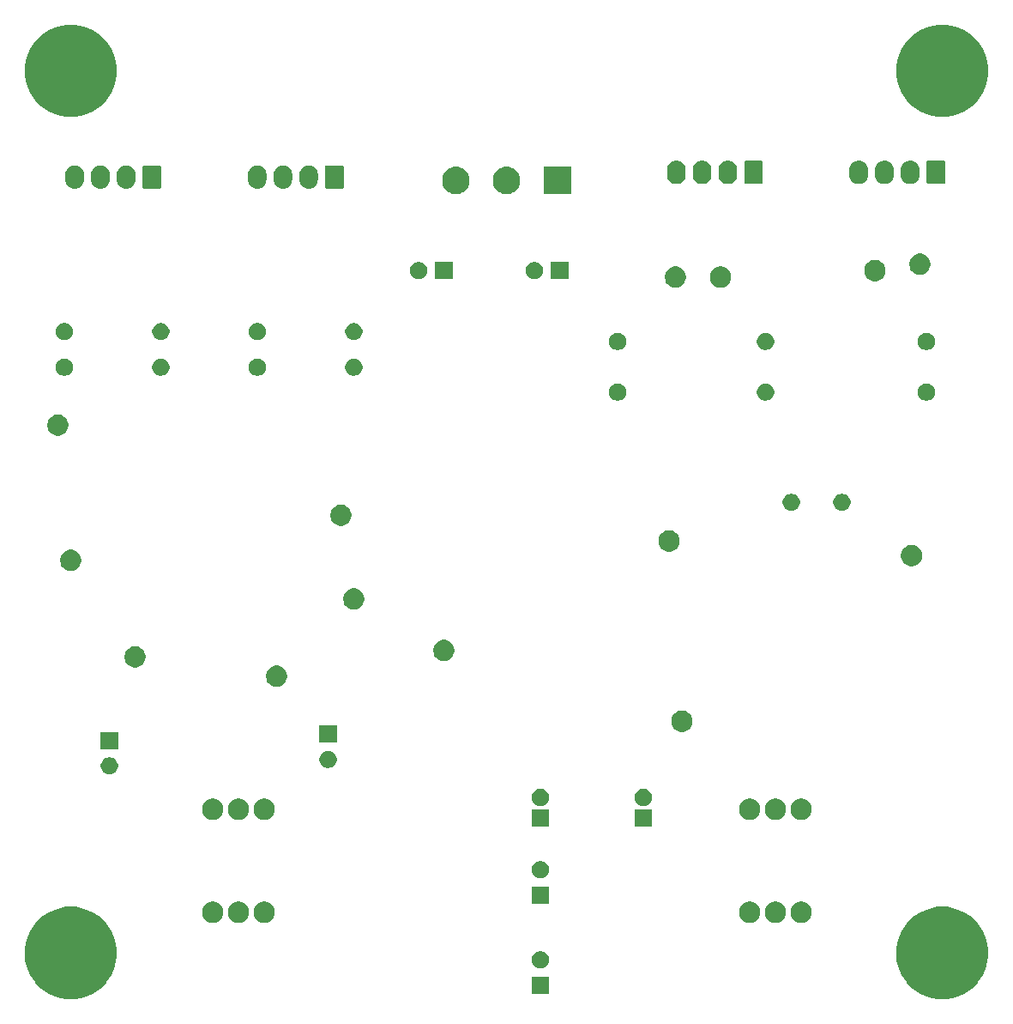
<source format=gbr>
G04 #@! TF.GenerationSoftware,KiCad,Pcbnew,5.0.1*
G04 #@! TF.CreationDate,2018-12-31T15:50:12-05:00*
G04 #@! TF.ProjectId,balanced_amplifier,62616C616E6365645F616D706C696669,rev?*
G04 #@! TF.SameCoordinates,Original*
G04 #@! TF.FileFunction,Soldermask,Bot*
G04 #@! TF.FilePolarity,Negative*
%FSLAX46Y46*%
G04 Gerber Fmt 4.6, Leading zero omitted, Abs format (unit mm)*
G04 Created by KiCad (PCBNEW 5.0.1) date Mon 31 Dec 2018 03:50:12 PM EST*
%MOMM*%
%LPD*%
G01*
G04 APERTURE LIST*
%ADD10C,0.100000*%
G04 APERTURE END LIST*
D10*
G36*
X170527475Y-116438892D02*
X170527477Y-116438893D01*
X170527478Y-116438893D01*
X171355707Y-116781956D01*
X172097727Y-117277759D01*
X172101096Y-117280010D01*
X172734990Y-117913904D01*
X172734992Y-117913907D01*
X173233044Y-118659293D01*
X173576107Y-119487522D01*
X173576108Y-119487525D01*
X173751000Y-120366764D01*
X173751000Y-121263236D01*
X173689222Y-121573816D01*
X173576107Y-122142478D01*
X173233044Y-122970707D01*
X172737241Y-123712727D01*
X172734990Y-123716096D01*
X172101096Y-124349990D01*
X172101093Y-124349992D01*
X171355707Y-124848044D01*
X170527478Y-125191107D01*
X170527477Y-125191107D01*
X170527475Y-125191108D01*
X169648236Y-125366000D01*
X168751764Y-125366000D01*
X167872525Y-125191108D01*
X167872523Y-125191107D01*
X167872522Y-125191107D01*
X167044293Y-124848044D01*
X166298907Y-124349992D01*
X166298904Y-124349990D01*
X165665010Y-123716096D01*
X165662759Y-123712727D01*
X165166956Y-122970707D01*
X164823893Y-122142478D01*
X164710779Y-121573816D01*
X164649000Y-121263236D01*
X164649000Y-120366764D01*
X164823892Y-119487525D01*
X164823893Y-119487522D01*
X165166956Y-118659293D01*
X165665008Y-117913907D01*
X165665010Y-117913904D01*
X166298904Y-117280010D01*
X166302273Y-117277759D01*
X167044293Y-116781956D01*
X167872522Y-116438893D01*
X167872523Y-116438893D01*
X167872525Y-116438892D01*
X168751764Y-116264000D01*
X169648236Y-116264000D01*
X170527475Y-116438892D01*
X170527475Y-116438892D01*
G37*
G36*
X84512475Y-116438892D02*
X84512477Y-116438893D01*
X84512478Y-116438893D01*
X85340707Y-116781956D01*
X86082727Y-117277759D01*
X86086096Y-117280010D01*
X86719990Y-117913904D01*
X86719992Y-117913907D01*
X87218044Y-118659293D01*
X87561107Y-119487522D01*
X87561108Y-119487525D01*
X87736000Y-120366764D01*
X87736000Y-121263236D01*
X87674222Y-121573816D01*
X87561107Y-122142478D01*
X87218044Y-122970707D01*
X86722241Y-123712727D01*
X86719990Y-123716096D01*
X86086096Y-124349990D01*
X86086093Y-124349992D01*
X85340707Y-124848044D01*
X84512478Y-125191107D01*
X84512477Y-125191107D01*
X84512475Y-125191108D01*
X83633236Y-125366000D01*
X82736764Y-125366000D01*
X81857525Y-125191108D01*
X81857523Y-125191107D01*
X81857522Y-125191107D01*
X81029293Y-124848044D01*
X80283907Y-124349992D01*
X80283904Y-124349990D01*
X79650010Y-123716096D01*
X79647759Y-123712727D01*
X79151956Y-122970707D01*
X78808893Y-122142478D01*
X78695779Y-121573816D01*
X78634000Y-121263236D01*
X78634000Y-120366764D01*
X78808892Y-119487525D01*
X78808893Y-119487522D01*
X79151956Y-118659293D01*
X79650008Y-117913907D01*
X79650010Y-117913904D01*
X80283904Y-117280010D01*
X80287273Y-117277759D01*
X81029293Y-116781956D01*
X81857522Y-116438893D01*
X81857523Y-116438893D01*
X81857525Y-116438892D01*
X82736764Y-116264000D01*
X83633236Y-116264000D01*
X84512475Y-116438892D01*
X84512475Y-116438892D01*
G37*
G36*
X130391000Y-124841000D02*
X128689000Y-124841000D01*
X128689000Y-123139000D01*
X130391000Y-123139000D01*
X130391000Y-124841000D01*
X130391000Y-124841000D01*
G37*
G36*
X129788228Y-120671703D02*
X129943100Y-120735853D01*
X130082481Y-120828985D01*
X130201015Y-120947519D01*
X130294147Y-121086900D01*
X130358297Y-121241772D01*
X130391000Y-121406184D01*
X130391000Y-121573816D01*
X130358297Y-121738228D01*
X130294147Y-121893100D01*
X130201015Y-122032481D01*
X130082481Y-122151015D01*
X129943100Y-122244147D01*
X129788228Y-122308297D01*
X129623816Y-122341000D01*
X129456184Y-122341000D01*
X129291772Y-122308297D01*
X129136900Y-122244147D01*
X128997519Y-122151015D01*
X128878985Y-122032481D01*
X128785853Y-121893100D01*
X128721703Y-121738228D01*
X128689000Y-121573816D01*
X128689000Y-121406184D01*
X128721703Y-121241772D01*
X128785853Y-121086900D01*
X128878985Y-120947519D01*
X128997519Y-120828985D01*
X129136900Y-120735853D01*
X129291772Y-120671703D01*
X129456184Y-120639000D01*
X129623816Y-120639000D01*
X129788228Y-120671703D01*
X129788228Y-120671703D01*
G37*
G36*
X155586565Y-115789389D02*
X155777834Y-115868615D01*
X155949976Y-115983637D01*
X156096363Y-116130024D01*
X156211385Y-116302166D01*
X156290611Y-116493435D01*
X156331000Y-116696484D01*
X156331000Y-116903516D01*
X156290611Y-117106565D01*
X156211385Y-117297834D01*
X156096363Y-117469976D01*
X155949976Y-117616363D01*
X155777834Y-117731385D01*
X155586565Y-117810611D01*
X155383516Y-117851000D01*
X155176484Y-117851000D01*
X154973435Y-117810611D01*
X154782166Y-117731385D01*
X154610024Y-117616363D01*
X154463637Y-117469976D01*
X154348615Y-117297834D01*
X154269389Y-117106565D01*
X154229000Y-116903516D01*
X154229000Y-116696484D01*
X154269389Y-116493435D01*
X154348615Y-116302166D01*
X154463637Y-116130024D01*
X154610024Y-115983637D01*
X154782166Y-115868615D01*
X154973435Y-115789389D01*
X155176484Y-115749000D01*
X155383516Y-115749000D01*
X155586565Y-115789389D01*
X155586565Y-115789389D01*
G37*
G36*
X153046565Y-115789389D02*
X153237834Y-115868615D01*
X153409976Y-115983637D01*
X153556363Y-116130024D01*
X153671385Y-116302166D01*
X153750611Y-116493435D01*
X153791000Y-116696484D01*
X153791000Y-116903516D01*
X153750611Y-117106565D01*
X153671385Y-117297834D01*
X153556363Y-117469976D01*
X153409976Y-117616363D01*
X153237834Y-117731385D01*
X153046565Y-117810611D01*
X152843516Y-117851000D01*
X152636484Y-117851000D01*
X152433435Y-117810611D01*
X152242166Y-117731385D01*
X152070024Y-117616363D01*
X151923637Y-117469976D01*
X151808615Y-117297834D01*
X151729389Y-117106565D01*
X151689000Y-116903516D01*
X151689000Y-116696484D01*
X151729389Y-116493435D01*
X151808615Y-116302166D01*
X151923637Y-116130024D01*
X152070024Y-115983637D01*
X152242166Y-115868615D01*
X152433435Y-115789389D01*
X152636484Y-115749000D01*
X152843516Y-115749000D01*
X153046565Y-115789389D01*
X153046565Y-115789389D01*
G37*
G36*
X150506565Y-115789389D02*
X150697834Y-115868615D01*
X150869976Y-115983637D01*
X151016363Y-116130024D01*
X151131385Y-116302166D01*
X151210611Y-116493435D01*
X151251000Y-116696484D01*
X151251000Y-116903516D01*
X151210611Y-117106565D01*
X151131385Y-117297834D01*
X151016363Y-117469976D01*
X150869976Y-117616363D01*
X150697834Y-117731385D01*
X150506565Y-117810611D01*
X150303516Y-117851000D01*
X150096484Y-117851000D01*
X149893435Y-117810611D01*
X149702166Y-117731385D01*
X149530024Y-117616363D01*
X149383637Y-117469976D01*
X149268615Y-117297834D01*
X149189389Y-117106565D01*
X149149000Y-116903516D01*
X149149000Y-116696484D01*
X149189389Y-116493435D01*
X149268615Y-116302166D01*
X149383637Y-116130024D01*
X149530024Y-115983637D01*
X149702166Y-115868615D01*
X149893435Y-115789389D01*
X150096484Y-115749000D01*
X150303516Y-115749000D01*
X150506565Y-115789389D01*
X150506565Y-115789389D01*
G37*
G36*
X97506565Y-115789389D02*
X97697834Y-115868615D01*
X97869976Y-115983637D01*
X98016363Y-116130024D01*
X98131385Y-116302166D01*
X98210611Y-116493435D01*
X98251000Y-116696484D01*
X98251000Y-116903516D01*
X98210611Y-117106565D01*
X98131385Y-117297834D01*
X98016363Y-117469976D01*
X97869976Y-117616363D01*
X97697834Y-117731385D01*
X97506565Y-117810611D01*
X97303516Y-117851000D01*
X97096484Y-117851000D01*
X96893435Y-117810611D01*
X96702166Y-117731385D01*
X96530024Y-117616363D01*
X96383637Y-117469976D01*
X96268615Y-117297834D01*
X96189389Y-117106565D01*
X96149000Y-116903516D01*
X96149000Y-116696484D01*
X96189389Y-116493435D01*
X96268615Y-116302166D01*
X96383637Y-116130024D01*
X96530024Y-115983637D01*
X96702166Y-115868615D01*
X96893435Y-115789389D01*
X97096484Y-115749000D01*
X97303516Y-115749000D01*
X97506565Y-115789389D01*
X97506565Y-115789389D01*
G37*
G36*
X100046565Y-115789389D02*
X100237834Y-115868615D01*
X100409976Y-115983637D01*
X100556363Y-116130024D01*
X100671385Y-116302166D01*
X100750611Y-116493435D01*
X100791000Y-116696484D01*
X100791000Y-116903516D01*
X100750611Y-117106565D01*
X100671385Y-117297834D01*
X100556363Y-117469976D01*
X100409976Y-117616363D01*
X100237834Y-117731385D01*
X100046565Y-117810611D01*
X99843516Y-117851000D01*
X99636484Y-117851000D01*
X99433435Y-117810611D01*
X99242166Y-117731385D01*
X99070024Y-117616363D01*
X98923637Y-117469976D01*
X98808615Y-117297834D01*
X98729389Y-117106565D01*
X98689000Y-116903516D01*
X98689000Y-116696484D01*
X98729389Y-116493435D01*
X98808615Y-116302166D01*
X98923637Y-116130024D01*
X99070024Y-115983637D01*
X99242166Y-115868615D01*
X99433435Y-115789389D01*
X99636484Y-115749000D01*
X99843516Y-115749000D01*
X100046565Y-115789389D01*
X100046565Y-115789389D01*
G37*
G36*
X102586565Y-115789389D02*
X102777834Y-115868615D01*
X102949976Y-115983637D01*
X103096363Y-116130024D01*
X103211385Y-116302166D01*
X103290611Y-116493435D01*
X103331000Y-116696484D01*
X103331000Y-116903516D01*
X103290611Y-117106565D01*
X103211385Y-117297834D01*
X103096363Y-117469976D01*
X102949976Y-117616363D01*
X102777834Y-117731385D01*
X102586565Y-117810611D01*
X102383516Y-117851000D01*
X102176484Y-117851000D01*
X101973435Y-117810611D01*
X101782166Y-117731385D01*
X101610024Y-117616363D01*
X101463637Y-117469976D01*
X101348615Y-117297834D01*
X101269389Y-117106565D01*
X101229000Y-116903516D01*
X101229000Y-116696484D01*
X101269389Y-116493435D01*
X101348615Y-116302166D01*
X101463637Y-116130024D01*
X101610024Y-115983637D01*
X101782166Y-115868615D01*
X101973435Y-115789389D01*
X102176484Y-115749000D01*
X102383516Y-115749000D01*
X102586565Y-115789389D01*
X102586565Y-115789389D01*
G37*
G36*
X130391000Y-115951000D02*
X128689000Y-115951000D01*
X128689000Y-114249000D01*
X130391000Y-114249000D01*
X130391000Y-115951000D01*
X130391000Y-115951000D01*
G37*
G36*
X129788228Y-111781703D02*
X129943100Y-111845853D01*
X130082481Y-111938985D01*
X130201015Y-112057519D01*
X130294147Y-112196900D01*
X130358297Y-112351772D01*
X130391000Y-112516184D01*
X130391000Y-112683816D01*
X130358297Y-112848228D01*
X130294147Y-113003100D01*
X130201015Y-113142481D01*
X130082481Y-113261015D01*
X129943100Y-113354147D01*
X129788228Y-113418297D01*
X129623816Y-113451000D01*
X129456184Y-113451000D01*
X129291772Y-113418297D01*
X129136900Y-113354147D01*
X128997519Y-113261015D01*
X128878985Y-113142481D01*
X128785853Y-113003100D01*
X128721703Y-112848228D01*
X128689000Y-112683816D01*
X128689000Y-112516184D01*
X128721703Y-112351772D01*
X128785853Y-112196900D01*
X128878985Y-112057519D01*
X128997519Y-111938985D01*
X129136900Y-111845853D01*
X129291772Y-111781703D01*
X129456184Y-111749000D01*
X129623816Y-111749000D01*
X129788228Y-111781703D01*
X129788228Y-111781703D01*
G37*
G36*
X140551000Y-108331000D02*
X138849000Y-108331000D01*
X138849000Y-106629000D01*
X140551000Y-106629000D01*
X140551000Y-108331000D01*
X140551000Y-108331000D01*
G37*
G36*
X130391000Y-108331000D02*
X128689000Y-108331000D01*
X128689000Y-106629000D01*
X130391000Y-106629000D01*
X130391000Y-108331000D01*
X130391000Y-108331000D01*
G37*
G36*
X155586565Y-105629389D02*
X155777834Y-105708615D01*
X155949976Y-105823637D01*
X156096363Y-105970024D01*
X156211385Y-106142166D01*
X156290611Y-106333435D01*
X156331000Y-106536484D01*
X156331000Y-106743516D01*
X156290611Y-106946565D01*
X156211385Y-107137834D01*
X156096363Y-107309976D01*
X155949976Y-107456363D01*
X155777834Y-107571385D01*
X155586565Y-107650611D01*
X155383516Y-107691000D01*
X155176484Y-107691000D01*
X154973435Y-107650611D01*
X154782166Y-107571385D01*
X154610024Y-107456363D01*
X154463637Y-107309976D01*
X154348615Y-107137834D01*
X154269389Y-106946565D01*
X154229000Y-106743516D01*
X154229000Y-106536484D01*
X154269389Y-106333435D01*
X154348615Y-106142166D01*
X154463637Y-105970024D01*
X154610024Y-105823637D01*
X154782166Y-105708615D01*
X154973435Y-105629389D01*
X155176484Y-105589000D01*
X155383516Y-105589000D01*
X155586565Y-105629389D01*
X155586565Y-105629389D01*
G37*
G36*
X153046565Y-105629389D02*
X153237834Y-105708615D01*
X153409976Y-105823637D01*
X153556363Y-105970024D01*
X153671385Y-106142166D01*
X153750611Y-106333435D01*
X153791000Y-106536484D01*
X153791000Y-106743516D01*
X153750611Y-106946565D01*
X153671385Y-107137834D01*
X153556363Y-107309976D01*
X153409976Y-107456363D01*
X153237834Y-107571385D01*
X153046565Y-107650611D01*
X152843516Y-107691000D01*
X152636484Y-107691000D01*
X152433435Y-107650611D01*
X152242166Y-107571385D01*
X152070024Y-107456363D01*
X151923637Y-107309976D01*
X151808615Y-107137834D01*
X151729389Y-106946565D01*
X151689000Y-106743516D01*
X151689000Y-106536484D01*
X151729389Y-106333435D01*
X151808615Y-106142166D01*
X151923637Y-105970024D01*
X152070024Y-105823637D01*
X152242166Y-105708615D01*
X152433435Y-105629389D01*
X152636484Y-105589000D01*
X152843516Y-105589000D01*
X153046565Y-105629389D01*
X153046565Y-105629389D01*
G37*
G36*
X150506565Y-105629389D02*
X150697834Y-105708615D01*
X150869976Y-105823637D01*
X151016363Y-105970024D01*
X151131385Y-106142166D01*
X151210611Y-106333435D01*
X151251000Y-106536484D01*
X151251000Y-106743516D01*
X151210611Y-106946565D01*
X151131385Y-107137834D01*
X151016363Y-107309976D01*
X150869976Y-107456363D01*
X150697834Y-107571385D01*
X150506565Y-107650611D01*
X150303516Y-107691000D01*
X150096484Y-107691000D01*
X149893435Y-107650611D01*
X149702166Y-107571385D01*
X149530024Y-107456363D01*
X149383637Y-107309976D01*
X149268615Y-107137834D01*
X149189389Y-106946565D01*
X149149000Y-106743516D01*
X149149000Y-106536484D01*
X149189389Y-106333435D01*
X149268615Y-106142166D01*
X149383637Y-105970024D01*
X149530024Y-105823637D01*
X149702166Y-105708615D01*
X149893435Y-105629389D01*
X150096484Y-105589000D01*
X150303516Y-105589000D01*
X150506565Y-105629389D01*
X150506565Y-105629389D01*
G37*
G36*
X102586565Y-105629389D02*
X102777834Y-105708615D01*
X102949976Y-105823637D01*
X103096363Y-105970024D01*
X103211385Y-106142166D01*
X103290611Y-106333435D01*
X103331000Y-106536484D01*
X103331000Y-106743516D01*
X103290611Y-106946565D01*
X103211385Y-107137834D01*
X103096363Y-107309976D01*
X102949976Y-107456363D01*
X102777834Y-107571385D01*
X102586565Y-107650611D01*
X102383516Y-107691000D01*
X102176484Y-107691000D01*
X101973435Y-107650611D01*
X101782166Y-107571385D01*
X101610024Y-107456363D01*
X101463637Y-107309976D01*
X101348615Y-107137834D01*
X101269389Y-106946565D01*
X101229000Y-106743516D01*
X101229000Y-106536484D01*
X101269389Y-106333435D01*
X101348615Y-106142166D01*
X101463637Y-105970024D01*
X101610024Y-105823637D01*
X101782166Y-105708615D01*
X101973435Y-105629389D01*
X102176484Y-105589000D01*
X102383516Y-105589000D01*
X102586565Y-105629389D01*
X102586565Y-105629389D01*
G37*
G36*
X100046565Y-105629389D02*
X100237834Y-105708615D01*
X100409976Y-105823637D01*
X100556363Y-105970024D01*
X100671385Y-106142166D01*
X100750611Y-106333435D01*
X100791000Y-106536484D01*
X100791000Y-106743516D01*
X100750611Y-106946565D01*
X100671385Y-107137834D01*
X100556363Y-107309976D01*
X100409976Y-107456363D01*
X100237834Y-107571385D01*
X100046565Y-107650611D01*
X99843516Y-107691000D01*
X99636484Y-107691000D01*
X99433435Y-107650611D01*
X99242166Y-107571385D01*
X99070024Y-107456363D01*
X98923637Y-107309976D01*
X98808615Y-107137834D01*
X98729389Y-106946565D01*
X98689000Y-106743516D01*
X98689000Y-106536484D01*
X98729389Y-106333435D01*
X98808615Y-106142166D01*
X98923637Y-105970024D01*
X99070024Y-105823637D01*
X99242166Y-105708615D01*
X99433435Y-105629389D01*
X99636484Y-105589000D01*
X99843516Y-105589000D01*
X100046565Y-105629389D01*
X100046565Y-105629389D01*
G37*
G36*
X97506565Y-105629389D02*
X97697834Y-105708615D01*
X97869976Y-105823637D01*
X98016363Y-105970024D01*
X98131385Y-106142166D01*
X98210611Y-106333435D01*
X98251000Y-106536484D01*
X98251000Y-106743516D01*
X98210611Y-106946565D01*
X98131385Y-107137834D01*
X98016363Y-107309976D01*
X97869976Y-107456363D01*
X97697834Y-107571385D01*
X97506565Y-107650611D01*
X97303516Y-107691000D01*
X97096484Y-107691000D01*
X96893435Y-107650611D01*
X96702166Y-107571385D01*
X96530024Y-107456363D01*
X96383637Y-107309976D01*
X96268615Y-107137834D01*
X96189389Y-106946565D01*
X96149000Y-106743516D01*
X96149000Y-106536484D01*
X96189389Y-106333435D01*
X96268615Y-106142166D01*
X96383637Y-105970024D01*
X96530024Y-105823637D01*
X96702166Y-105708615D01*
X96893435Y-105629389D01*
X97096484Y-105589000D01*
X97303516Y-105589000D01*
X97506565Y-105629389D01*
X97506565Y-105629389D01*
G37*
G36*
X139948228Y-104661703D02*
X140103100Y-104725853D01*
X140242481Y-104818985D01*
X140361015Y-104937519D01*
X140454147Y-105076900D01*
X140518297Y-105231772D01*
X140551000Y-105396184D01*
X140551000Y-105563816D01*
X140518297Y-105728228D01*
X140454147Y-105883100D01*
X140361015Y-106022481D01*
X140242481Y-106141015D01*
X140103100Y-106234147D01*
X139948228Y-106298297D01*
X139783816Y-106331000D01*
X139616184Y-106331000D01*
X139451772Y-106298297D01*
X139296900Y-106234147D01*
X139157519Y-106141015D01*
X139038985Y-106022481D01*
X138945853Y-105883100D01*
X138881703Y-105728228D01*
X138849000Y-105563816D01*
X138849000Y-105396184D01*
X138881703Y-105231772D01*
X138945853Y-105076900D01*
X139038985Y-104937519D01*
X139157519Y-104818985D01*
X139296900Y-104725853D01*
X139451772Y-104661703D01*
X139616184Y-104629000D01*
X139783816Y-104629000D01*
X139948228Y-104661703D01*
X139948228Y-104661703D01*
G37*
G36*
X129788228Y-104661703D02*
X129943100Y-104725853D01*
X130082481Y-104818985D01*
X130201015Y-104937519D01*
X130294147Y-105076900D01*
X130358297Y-105231772D01*
X130391000Y-105396184D01*
X130391000Y-105563816D01*
X130358297Y-105728228D01*
X130294147Y-105883100D01*
X130201015Y-106022481D01*
X130082481Y-106141015D01*
X129943100Y-106234147D01*
X129788228Y-106298297D01*
X129623816Y-106331000D01*
X129456184Y-106331000D01*
X129291772Y-106298297D01*
X129136900Y-106234147D01*
X128997519Y-106141015D01*
X128878985Y-106022481D01*
X128785853Y-105883100D01*
X128721703Y-105728228D01*
X128689000Y-105563816D01*
X128689000Y-105396184D01*
X128721703Y-105231772D01*
X128785853Y-105076900D01*
X128878985Y-104937519D01*
X128997519Y-104818985D01*
X129136900Y-104725853D01*
X129291772Y-104661703D01*
X129456184Y-104629000D01*
X129623816Y-104629000D01*
X129788228Y-104661703D01*
X129788228Y-104661703D01*
G37*
G36*
X87243228Y-101541703D02*
X87398100Y-101605853D01*
X87537481Y-101698985D01*
X87656015Y-101817519D01*
X87749147Y-101956900D01*
X87813297Y-102111772D01*
X87846000Y-102276184D01*
X87846000Y-102443816D01*
X87813297Y-102608228D01*
X87749147Y-102763100D01*
X87656015Y-102902481D01*
X87537481Y-103021015D01*
X87398100Y-103114147D01*
X87243228Y-103178297D01*
X87078816Y-103211000D01*
X86911184Y-103211000D01*
X86746772Y-103178297D01*
X86591900Y-103114147D01*
X86452519Y-103021015D01*
X86333985Y-102902481D01*
X86240853Y-102763100D01*
X86176703Y-102608228D01*
X86144000Y-102443816D01*
X86144000Y-102276184D01*
X86176703Y-102111772D01*
X86240853Y-101956900D01*
X86333985Y-101817519D01*
X86452519Y-101698985D01*
X86591900Y-101605853D01*
X86746772Y-101541703D01*
X86911184Y-101509000D01*
X87078816Y-101509000D01*
X87243228Y-101541703D01*
X87243228Y-101541703D01*
G37*
G36*
X108833228Y-100906703D02*
X108988100Y-100970853D01*
X109127481Y-101063985D01*
X109246015Y-101182519D01*
X109339147Y-101321900D01*
X109403297Y-101476772D01*
X109436000Y-101641184D01*
X109436000Y-101808816D01*
X109403297Y-101973228D01*
X109339147Y-102128100D01*
X109246015Y-102267481D01*
X109127481Y-102386015D01*
X108988100Y-102479147D01*
X108833228Y-102543297D01*
X108668816Y-102576000D01*
X108501184Y-102576000D01*
X108336772Y-102543297D01*
X108181900Y-102479147D01*
X108042519Y-102386015D01*
X107923985Y-102267481D01*
X107830853Y-102128100D01*
X107766703Y-101973228D01*
X107734000Y-101808816D01*
X107734000Y-101641184D01*
X107766703Y-101476772D01*
X107830853Y-101321900D01*
X107923985Y-101182519D01*
X108042519Y-101063985D01*
X108181900Y-100970853D01*
X108336772Y-100906703D01*
X108501184Y-100874000D01*
X108668816Y-100874000D01*
X108833228Y-100906703D01*
X108833228Y-100906703D01*
G37*
G36*
X87846000Y-100711000D02*
X86144000Y-100711000D01*
X86144000Y-99009000D01*
X87846000Y-99009000D01*
X87846000Y-100711000D01*
X87846000Y-100711000D01*
G37*
G36*
X109436000Y-100076000D02*
X107734000Y-100076000D01*
X107734000Y-98374000D01*
X109436000Y-98374000D01*
X109436000Y-100076000D01*
X109436000Y-100076000D01*
G37*
G36*
X143816565Y-96944389D02*
X144007834Y-97023615D01*
X144179976Y-97138637D01*
X144326363Y-97285024D01*
X144441385Y-97457166D01*
X144520611Y-97648435D01*
X144561000Y-97851484D01*
X144561000Y-98058516D01*
X144520611Y-98261565D01*
X144441385Y-98452834D01*
X144326363Y-98624976D01*
X144179976Y-98771363D01*
X144007834Y-98886385D01*
X143816565Y-98965611D01*
X143613516Y-99006000D01*
X143406484Y-99006000D01*
X143203435Y-98965611D01*
X143012166Y-98886385D01*
X142840024Y-98771363D01*
X142693637Y-98624976D01*
X142578615Y-98452834D01*
X142499389Y-98261565D01*
X142459000Y-98058516D01*
X142459000Y-97851484D01*
X142499389Y-97648435D01*
X142578615Y-97457166D01*
X142693637Y-97285024D01*
X142840024Y-97138637D01*
X143012166Y-97023615D01*
X143203435Y-96944389D01*
X143406484Y-96904000D01*
X143613516Y-96904000D01*
X143816565Y-96944389D01*
X143816565Y-96944389D01*
G37*
G36*
X103811565Y-92499389D02*
X104002834Y-92578615D01*
X104174976Y-92693637D01*
X104321363Y-92840024D01*
X104436385Y-93012166D01*
X104515611Y-93203435D01*
X104556000Y-93406484D01*
X104556000Y-93613516D01*
X104515611Y-93816565D01*
X104436385Y-94007834D01*
X104321363Y-94179976D01*
X104174976Y-94326363D01*
X104002834Y-94441385D01*
X103811565Y-94520611D01*
X103608516Y-94561000D01*
X103401484Y-94561000D01*
X103198435Y-94520611D01*
X103007166Y-94441385D01*
X102835024Y-94326363D01*
X102688637Y-94179976D01*
X102573615Y-94007834D01*
X102494389Y-93816565D01*
X102454000Y-93613516D01*
X102454000Y-93406484D01*
X102494389Y-93203435D01*
X102573615Y-93012166D01*
X102688637Y-92840024D01*
X102835024Y-92693637D01*
X103007166Y-92578615D01*
X103198435Y-92499389D01*
X103401484Y-92459000D01*
X103608516Y-92459000D01*
X103811565Y-92499389D01*
X103811565Y-92499389D01*
G37*
G36*
X89841565Y-90594389D02*
X90032834Y-90673615D01*
X90204976Y-90788637D01*
X90351363Y-90935024D01*
X90466385Y-91107166D01*
X90545611Y-91298435D01*
X90586000Y-91501484D01*
X90586000Y-91708516D01*
X90545611Y-91911565D01*
X90466385Y-92102834D01*
X90351363Y-92274976D01*
X90204976Y-92421363D01*
X90032834Y-92536385D01*
X89841565Y-92615611D01*
X89638516Y-92656000D01*
X89431484Y-92656000D01*
X89228435Y-92615611D01*
X89037166Y-92536385D01*
X88865024Y-92421363D01*
X88718637Y-92274976D01*
X88603615Y-92102834D01*
X88524389Y-91911565D01*
X88484000Y-91708516D01*
X88484000Y-91501484D01*
X88524389Y-91298435D01*
X88603615Y-91107166D01*
X88718637Y-90935024D01*
X88865024Y-90788637D01*
X89037166Y-90673615D01*
X89228435Y-90594389D01*
X89431484Y-90554000D01*
X89638516Y-90554000D01*
X89841565Y-90594389D01*
X89841565Y-90594389D01*
G37*
G36*
X120321565Y-89959389D02*
X120512834Y-90038615D01*
X120684976Y-90153637D01*
X120831363Y-90300024D01*
X120946385Y-90472166D01*
X121025611Y-90663435D01*
X121066000Y-90866484D01*
X121066000Y-91073516D01*
X121025611Y-91276565D01*
X120946385Y-91467834D01*
X120831363Y-91639976D01*
X120684976Y-91786363D01*
X120512834Y-91901385D01*
X120321565Y-91980611D01*
X120118516Y-92021000D01*
X119911484Y-92021000D01*
X119708435Y-91980611D01*
X119517166Y-91901385D01*
X119345024Y-91786363D01*
X119198637Y-91639976D01*
X119083615Y-91467834D01*
X119004389Y-91276565D01*
X118964000Y-91073516D01*
X118964000Y-90866484D01*
X119004389Y-90663435D01*
X119083615Y-90472166D01*
X119198637Y-90300024D01*
X119345024Y-90153637D01*
X119517166Y-90038615D01*
X119708435Y-89959389D01*
X119911484Y-89919000D01*
X120118516Y-89919000D01*
X120321565Y-89959389D01*
X120321565Y-89959389D01*
G37*
G36*
X111431565Y-84879389D02*
X111622834Y-84958615D01*
X111794976Y-85073637D01*
X111941363Y-85220024D01*
X112056385Y-85392166D01*
X112135611Y-85583435D01*
X112176000Y-85786484D01*
X112176000Y-85993516D01*
X112135611Y-86196565D01*
X112056385Y-86387834D01*
X111941363Y-86559976D01*
X111794976Y-86706363D01*
X111622834Y-86821385D01*
X111431565Y-86900611D01*
X111228516Y-86941000D01*
X111021484Y-86941000D01*
X110818435Y-86900611D01*
X110627166Y-86821385D01*
X110455024Y-86706363D01*
X110308637Y-86559976D01*
X110193615Y-86387834D01*
X110114389Y-86196565D01*
X110074000Y-85993516D01*
X110074000Y-85786484D01*
X110114389Y-85583435D01*
X110193615Y-85392166D01*
X110308637Y-85220024D01*
X110455024Y-85073637D01*
X110627166Y-84958615D01*
X110818435Y-84879389D01*
X111021484Y-84839000D01*
X111228516Y-84839000D01*
X111431565Y-84879389D01*
X111431565Y-84879389D01*
G37*
G36*
X83491565Y-81069389D02*
X83682834Y-81148615D01*
X83854976Y-81263637D01*
X84001363Y-81410024D01*
X84116385Y-81582166D01*
X84195611Y-81773435D01*
X84236000Y-81976484D01*
X84236000Y-82183516D01*
X84195611Y-82386565D01*
X84116385Y-82577834D01*
X84001363Y-82749976D01*
X83854976Y-82896363D01*
X83682834Y-83011385D01*
X83491565Y-83090611D01*
X83288516Y-83131000D01*
X83081484Y-83131000D01*
X82878435Y-83090611D01*
X82687166Y-83011385D01*
X82515024Y-82896363D01*
X82368637Y-82749976D01*
X82253615Y-82577834D01*
X82174389Y-82386565D01*
X82134000Y-82183516D01*
X82134000Y-81976484D01*
X82174389Y-81773435D01*
X82253615Y-81582166D01*
X82368637Y-81410024D01*
X82515024Y-81263637D01*
X82687166Y-81148615D01*
X82878435Y-81069389D01*
X83081484Y-81029000D01*
X83288516Y-81029000D01*
X83491565Y-81069389D01*
X83491565Y-81069389D01*
G37*
G36*
X166486565Y-80609389D02*
X166677834Y-80688615D01*
X166849976Y-80803637D01*
X166996363Y-80950024D01*
X167111385Y-81122166D01*
X167190611Y-81313435D01*
X167231000Y-81516484D01*
X167231000Y-81723516D01*
X167190611Y-81926565D01*
X167111385Y-82117834D01*
X166996363Y-82289976D01*
X166849976Y-82436363D01*
X166677834Y-82551385D01*
X166486565Y-82630611D01*
X166283516Y-82671000D01*
X166076484Y-82671000D01*
X165873435Y-82630611D01*
X165682166Y-82551385D01*
X165510024Y-82436363D01*
X165363637Y-82289976D01*
X165248615Y-82117834D01*
X165169389Y-81926565D01*
X165129000Y-81723516D01*
X165129000Y-81516484D01*
X165169389Y-81313435D01*
X165248615Y-81122166D01*
X165363637Y-80950024D01*
X165510024Y-80803637D01*
X165682166Y-80688615D01*
X165873435Y-80609389D01*
X166076484Y-80569000D01*
X166283516Y-80569000D01*
X166486565Y-80609389D01*
X166486565Y-80609389D01*
G37*
G36*
X142546565Y-79164389D02*
X142737834Y-79243615D01*
X142909976Y-79358637D01*
X143056363Y-79505024D01*
X143171385Y-79677166D01*
X143250611Y-79868435D01*
X143291000Y-80071484D01*
X143291000Y-80278516D01*
X143250611Y-80481565D01*
X143171385Y-80672834D01*
X143056363Y-80844976D01*
X142909976Y-80991363D01*
X142737834Y-81106385D01*
X142546565Y-81185611D01*
X142343516Y-81226000D01*
X142136484Y-81226000D01*
X141933435Y-81185611D01*
X141742166Y-81106385D01*
X141570024Y-80991363D01*
X141423637Y-80844976D01*
X141308615Y-80672834D01*
X141229389Y-80481565D01*
X141189000Y-80278516D01*
X141189000Y-80071484D01*
X141229389Y-79868435D01*
X141308615Y-79677166D01*
X141423637Y-79505024D01*
X141570024Y-79358637D01*
X141742166Y-79243615D01*
X141933435Y-79164389D01*
X142136484Y-79124000D01*
X142343516Y-79124000D01*
X142546565Y-79164389D01*
X142546565Y-79164389D01*
G37*
G36*
X110161565Y-76624389D02*
X110352834Y-76703615D01*
X110524976Y-76818637D01*
X110671363Y-76965024D01*
X110786385Y-77137166D01*
X110865611Y-77328435D01*
X110906000Y-77531484D01*
X110906000Y-77738516D01*
X110865611Y-77941565D01*
X110786385Y-78132834D01*
X110671363Y-78304976D01*
X110524976Y-78451363D01*
X110352834Y-78566385D01*
X110161565Y-78645611D01*
X109958516Y-78686000D01*
X109751484Y-78686000D01*
X109548435Y-78645611D01*
X109357166Y-78566385D01*
X109185024Y-78451363D01*
X109038637Y-78304976D01*
X108923615Y-78132834D01*
X108844389Y-77941565D01*
X108804000Y-77738516D01*
X108804000Y-77531484D01*
X108844389Y-77328435D01*
X108923615Y-77137166D01*
X109038637Y-76965024D01*
X109185024Y-76818637D01*
X109357166Y-76703615D01*
X109548435Y-76624389D01*
X109751484Y-76584000D01*
X109958516Y-76584000D01*
X110161565Y-76624389D01*
X110161565Y-76624389D01*
G37*
G36*
X154553228Y-75546703D02*
X154708100Y-75610853D01*
X154847481Y-75703985D01*
X154966015Y-75822519D01*
X155059147Y-75961900D01*
X155123297Y-76116772D01*
X155156000Y-76281184D01*
X155156000Y-76448816D01*
X155123297Y-76613228D01*
X155059147Y-76768100D01*
X154966015Y-76907481D01*
X154847481Y-77026015D01*
X154708100Y-77119147D01*
X154553228Y-77183297D01*
X154388816Y-77216000D01*
X154221184Y-77216000D01*
X154056772Y-77183297D01*
X153901900Y-77119147D01*
X153762519Y-77026015D01*
X153643985Y-76907481D01*
X153550853Y-76768100D01*
X153486703Y-76613228D01*
X153454000Y-76448816D01*
X153454000Y-76281184D01*
X153486703Y-76116772D01*
X153550853Y-75961900D01*
X153643985Y-75822519D01*
X153762519Y-75703985D01*
X153901900Y-75610853D01*
X154056772Y-75546703D01*
X154221184Y-75514000D01*
X154388816Y-75514000D01*
X154553228Y-75546703D01*
X154553228Y-75546703D01*
G37*
G36*
X159553228Y-75546703D02*
X159708100Y-75610853D01*
X159847481Y-75703985D01*
X159966015Y-75822519D01*
X160059147Y-75961900D01*
X160123297Y-76116772D01*
X160156000Y-76281184D01*
X160156000Y-76448816D01*
X160123297Y-76613228D01*
X160059147Y-76768100D01*
X159966015Y-76907481D01*
X159847481Y-77026015D01*
X159708100Y-77119147D01*
X159553228Y-77183297D01*
X159388816Y-77216000D01*
X159221184Y-77216000D01*
X159056772Y-77183297D01*
X158901900Y-77119147D01*
X158762519Y-77026015D01*
X158643985Y-76907481D01*
X158550853Y-76768100D01*
X158486703Y-76613228D01*
X158454000Y-76448816D01*
X158454000Y-76281184D01*
X158486703Y-76116772D01*
X158550853Y-75961900D01*
X158643985Y-75822519D01*
X158762519Y-75703985D01*
X158901900Y-75610853D01*
X159056772Y-75546703D01*
X159221184Y-75514000D01*
X159388816Y-75514000D01*
X159553228Y-75546703D01*
X159553228Y-75546703D01*
G37*
G36*
X82221565Y-67734389D02*
X82412834Y-67813615D01*
X82584976Y-67928637D01*
X82731363Y-68075024D01*
X82846385Y-68247166D01*
X82925611Y-68438435D01*
X82966000Y-68641484D01*
X82966000Y-68848516D01*
X82925611Y-69051565D01*
X82846385Y-69242834D01*
X82731363Y-69414976D01*
X82584976Y-69561363D01*
X82412834Y-69676385D01*
X82221565Y-69755611D01*
X82018516Y-69796000D01*
X81811484Y-69796000D01*
X81608435Y-69755611D01*
X81417166Y-69676385D01*
X81245024Y-69561363D01*
X81098637Y-69414976D01*
X80983615Y-69242834D01*
X80904389Y-69051565D01*
X80864000Y-68848516D01*
X80864000Y-68641484D01*
X80904389Y-68438435D01*
X80983615Y-68247166D01*
X81098637Y-68075024D01*
X81245024Y-67928637D01*
X81417166Y-67813615D01*
X81608435Y-67734389D01*
X81811484Y-67694000D01*
X82018516Y-67694000D01*
X82221565Y-67734389D01*
X82221565Y-67734389D01*
G37*
G36*
X137408228Y-64671703D02*
X137563100Y-64735853D01*
X137702481Y-64828985D01*
X137821015Y-64947519D01*
X137914147Y-65086900D01*
X137978297Y-65241772D01*
X138011000Y-65406184D01*
X138011000Y-65573816D01*
X137978297Y-65738228D01*
X137914147Y-65893100D01*
X137821015Y-66032481D01*
X137702481Y-66151015D01*
X137563100Y-66244147D01*
X137408228Y-66308297D01*
X137243816Y-66341000D01*
X137076184Y-66341000D01*
X136911772Y-66308297D01*
X136756900Y-66244147D01*
X136617519Y-66151015D01*
X136498985Y-66032481D01*
X136405853Y-65893100D01*
X136341703Y-65738228D01*
X136309000Y-65573816D01*
X136309000Y-65406184D01*
X136341703Y-65241772D01*
X136405853Y-65086900D01*
X136498985Y-64947519D01*
X136617519Y-64828985D01*
X136756900Y-64735853D01*
X136911772Y-64671703D01*
X137076184Y-64639000D01*
X137243816Y-64639000D01*
X137408228Y-64671703D01*
X137408228Y-64671703D01*
G37*
G36*
X152013228Y-64671703D02*
X152168100Y-64735853D01*
X152307481Y-64828985D01*
X152426015Y-64947519D01*
X152519147Y-65086900D01*
X152583297Y-65241772D01*
X152616000Y-65406184D01*
X152616000Y-65573816D01*
X152583297Y-65738228D01*
X152519147Y-65893100D01*
X152426015Y-66032481D01*
X152307481Y-66151015D01*
X152168100Y-66244147D01*
X152013228Y-66308297D01*
X151848816Y-66341000D01*
X151681184Y-66341000D01*
X151516772Y-66308297D01*
X151361900Y-66244147D01*
X151222519Y-66151015D01*
X151103985Y-66032481D01*
X151010853Y-65893100D01*
X150946703Y-65738228D01*
X150914000Y-65573816D01*
X150914000Y-65406184D01*
X150946703Y-65241772D01*
X151010853Y-65086900D01*
X151103985Y-64947519D01*
X151222519Y-64828985D01*
X151361900Y-64735853D01*
X151516772Y-64671703D01*
X151681184Y-64639000D01*
X151848816Y-64639000D01*
X152013228Y-64671703D01*
X152013228Y-64671703D01*
G37*
G36*
X167888228Y-64671703D02*
X168043100Y-64735853D01*
X168182481Y-64828985D01*
X168301015Y-64947519D01*
X168394147Y-65086900D01*
X168458297Y-65241772D01*
X168491000Y-65406184D01*
X168491000Y-65573816D01*
X168458297Y-65738228D01*
X168394147Y-65893100D01*
X168301015Y-66032481D01*
X168182481Y-66151015D01*
X168043100Y-66244147D01*
X167888228Y-66308297D01*
X167723816Y-66341000D01*
X167556184Y-66341000D01*
X167391772Y-66308297D01*
X167236900Y-66244147D01*
X167097519Y-66151015D01*
X166978985Y-66032481D01*
X166885853Y-65893100D01*
X166821703Y-65738228D01*
X166789000Y-65573816D01*
X166789000Y-65406184D01*
X166821703Y-65241772D01*
X166885853Y-65086900D01*
X166978985Y-64947519D01*
X167097519Y-64828985D01*
X167236900Y-64735853D01*
X167391772Y-64671703D01*
X167556184Y-64639000D01*
X167723816Y-64639000D01*
X167888228Y-64671703D01*
X167888228Y-64671703D01*
G37*
G36*
X111373228Y-62211703D02*
X111528100Y-62275853D01*
X111667481Y-62368985D01*
X111786015Y-62487519D01*
X111879147Y-62626900D01*
X111943297Y-62781772D01*
X111976000Y-62946184D01*
X111976000Y-63113816D01*
X111943297Y-63278228D01*
X111879147Y-63433100D01*
X111786015Y-63572481D01*
X111667481Y-63691015D01*
X111528100Y-63784147D01*
X111373228Y-63848297D01*
X111208816Y-63881000D01*
X111041184Y-63881000D01*
X110876772Y-63848297D01*
X110721900Y-63784147D01*
X110582519Y-63691015D01*
X110463985Y-63572481D01*
X110370853Y-63433100D01*
X110306703Y-63278228D01*
X110274000Y-63113816D01*
X110274000Y-62946184D01*
X110306703Y-62781772D01*
X110370853Y-62626900D01*
X110463985Y-62487519D01*
X110582519Y-62368985D01*
X110721900Y-62275853D01*
X110876772Y-62211703D01*
X111041184Y-62179000D01*
X111208816Y-62179000D01*
X111373228Y-62211703D01*
X111373228Y-62211703D01*
G37*
G36*
X101848228Y-62211703D02*
X102003100Y-62275853D01*
X102142481Y-62368985D01*
X102261015Y-62487519D01*
X102354147Y-62626900D01*
X102418297Y-62781772D01*
X102451000Y-62946184D01*
X102451000Y-63113816D01*
X102418297Y-63278228D01*
X102354147Y-63433100D01*
X102261015Y-63572481D01*
X102142481Y-63691015D01*
X102003100Y-63784147D01*
X101848228Y-63848297D01*
X101683816Y-63881000D01*
X101516184Y-63881000D01*
X101351772Y-63848297D01*
X101196900Y-63784147D01*
X101057519Y-63691015D01*
X100938985Y-63572481D01*
X100845853Y-63433100D01*
X100781703Y-63278228D01*
X100749000Y-63113816D01*
X100749000Y-62946184D01*
X100781703Y-62781772D01*
X100845853Y-62626900D01*
X100938985Y-62487519D01*
X101057519Y-62368985D01*
X101196900Y-62275853D01*
X101351772Y-62211703D01*
X101516184Y-62179000D01*
X101683816Y-62179000D01*
X101848228Y-62211703D01*
X101848228Y-62211703D01*
G37*
G36*
X92323228Y-62211703D02*
X92478100Y-62275853D01*
X92617481Y-62368985D01*
X92736015Y-62487519D01*
X92829147Y-62626900D01*
X92893297Y-62781772D01*
X92926000Y-62946184D01*
X92926000Y-63113816D01*
X92893297Y-63278228D01*
X92829147Y-63433100D01*
X92736015Y-63572481D01*
X92617481Y-63691015D01*
X92478100Y-63784147D01*
X92323228Y-63848297D01*
X92158816Y-63881000D01*
X91991184Y-63881000D01*
X91826772Y-63848297D01*
X91671900Y-63784147D01*
X91532519Y-63691015D01*
X91413985Y-63572481D01*
X91320853Y-63433100D01*
X91256703Y-63278228D01*
X91224000Y-63113816D01*
X91224000Y-62946184D01*
X91256703Y-62781772D01*
X91320853Y-62626900D01*
X91413985Y-62487519D01*
X91532519Y-62368985D01*
X91671900Y-62275853D01*
X91826772Y-62211703D01*
X91991184Y-62179000D01*
X92158816Y-62179000D01*
X92323228Y-62211703D01*
X92323228Y-62211703D01*
G37*
G36*
X82798228Y-62211703D02*
X82953100Y-62275853D01*
X83092481Y-62368985D01*
X83211015Y-62487519D01*
X83304147Y-62626900D01*
X83368297Y-62781772D01*
X83401000Y-62946184D01*
X83401000Y-63113816D01*
X83368297Y-63278228D01*
X83304147Y-63433100D01*
X83211015Y-63572481D01*
X83092481Y-63691015D01*
X82953100Y-63784147D01*
X82798228Y-63848297D01*
X82633816Y-63881000D01*
X82466184Y-63881000D01*
X82301772Y-63848297D01*
X82146900Y-63784147D01*
X82007519Y-63691015D01*
X81888985Y-63572481D01*
X81795853Y-63433100D01*
X81731703Y-63278228D01*
X81699000Y-63113816D01*
X81699000Y-62946184D01*
X81731703Y-62781772D01*
X81795853Y-62626900D01*
X81888985Y-62487519D01*
X82007519Y-62368985D01*
X82146900Y-62275853D01*
X82301772Y-62211703D01*
X82466184Y-62179000D01*
X82633816Y-62179000D01*
X82798228Y-62211703D01*
X82798228Y-62211703D01*
G37*
G36*
X167888228Y-59671703D02*
X168043100Y-59735853D01*
X168182481Y-59828985D01*
X168301015Y-59947519D01*
X168394147Y-60086900D01*
X168458297Y-60241772D01*
X168491000Y-60406184D01*
X168491000Y-60573816D01*
X168458297Y-60738228D01*
X168394147Y-60893100D01*
X168301015Y-61032481D01*
X168182481Y-61151015D01*
X168043100Y-61244147D01*
X167888228Y-61308297D01*
X167723816Y-61341000D01*
X167556184Y-61341000D01*
X167391772Y-61308297D01*
X167236900Y-61244147D01*
X167097519Y-61151015D01*
X166978985Y-61032481D01*
X166885853Y-60893100D01*
X166821703Y-60738228D01*
X166789000Y-60573816D01*
X166789000Y-60406184D01*
X166821703Y-60241772D01*
X166885853Y-60086900D01*
X166978985Y-59947519D01*
X167097519Y-59828985D01*
X167236900Y-59735853D01*
X167391772Y-59671703D01*
X167556184Y-59639000D01*
X167723816Y-59639000D01*
X167888228Y-59671703D01*
X167888228Y-59671703D01*
G37*
G36*
X152013228Y-59671703D02*
X152168100Y-59735853D01*
X152307481Y-59828985D01*
X152426015Y-59947519D01*
X152519147Y-60086900D01*
X152583297Y-60241772D01*
X152616000Y-60406184D01*
X152616000Y-60573816D01*
X152583297Y-60738228D01*
X152519147Y-60893100D01*
X152426015Y-61032481D01*
X152307481Y-61151015D01*
X152168100Y-61244147D01*
X152013228Y-61308297D01*
X151848816Y-61341000D01*
X151681184Y-61341000D01*
X151516772Y-61308297D01*
X151361900Y-61244147D01*
X151222519Y-61151015D01*
X151103985Y-61032481D01*
X151010853Y-60893100D01*
X150946703Y-60738228D01*
X150914000Y-60573816D01*
X150914000Y-60406184D01*
X150946703Y-60241772D01*
X151010853Y-60086900D01*
X151103985Y-59947519D01*
X151222519Y-59828985D01*
X151361900Y-59735853D01*
X151516772Y-59671703D01*
X151681184Y-59639000D01*
X151848816Y-59639000D01*
X152013228Y-59671703D01*
X152013228Y-59671703D01*
G37*
G36*
X137408228Y-59671703D02*
X137563100Y-59735853D01*
X137702481Y-59828985D01*
X137821015Y-59947519D01*
X137914147Y-60086900D01*
X137978297Y-60241772D01*
X138011000Y-60406184D01*
X138011000Y-60573816D01*
X137978297Y-60738228D01*
X137914147Y-60893100D01*
X137821015Y-61032481D01*
X137702481Y-61151015D01*
X137563100Y-61244147D01*
X137408228Y-61308297D01*
X137243816Y-61341000D01*
X137076184Y-61341000D01*
X136911772Y-61308297D01*
X136756900Y-61244147D01*
X136617519Y-61151015D01*
X136498985Y-61032481D01*
X136405853Y-60893100D01*
X136341703Y-60738228D01*
X136309000Y-60573816D01*
X136309000Y-60406184D01*
X136341703Y-60241772D01*
X136405853Y-60086900D01*
X136498985Y-59947519D01*
X136617519Y-59828985D01*
X136756900Y-59735853D01*
X136911772Y-59671703D01*
X137076184Y-59639000D01*
X137243816Y-59639000D01*
X137408228Y-59671703D01*
X137408228Y-59671703D01*
G37*
G36*
X101848228Y-58711703D02*
X102003100Y-58775853D01*
X102142481Y-58868985D01*
X102261015Y-58987519D01*
X102354147Y-59126900D01*
X102418297Y-59281772D01*
X102451000Y-59446184D01*
X102451000Y-59613816D01*
X102418297Y-59778228D01*
X102354147Y-59933100D01*
X102261015Y-60072481D01*
X102142481Y-60191015D01*
X102003100Y-60284147D01*
X101848228Y-60348297D01*
X101683816Y-60381000D01*
X101516184Y-60381000D01*
X101351772Y-60348297D01*
X101196900Y-60284147D01*
X101057519Y-60191015D01*
X100938985Y-60072481D01*
X100845853Y-59933100D01*
X100781703Y-59778228D01*
X100749000Y-59613816D01*
X100749000Y-59446184D01*
X100781703Y-59281772D01*
X100845853Y-59126900D01*
X100938985Y-58987519D01*
X101057519Y-58868985D01*
X101196900Y-58775853D01*
X101351772Y-58711703D01*
X101516184Y-58679000D01*
X101683816Y-58679000D01*
X101848228Y-58711703D01*
X101848228Y-58711703D01*
G37*
G36*
X92323228Y-58711703D02*
X92478100Y-58775853D01*
X92617481Y-58868985D01*
X92736015Y-58987519D01*
X92829147Y-59126900D01*
X92893297Y-59281772D01*
X92926000Y-59446184D01*
X92926000Y-59613816D01*
X92893297Y-59778228D01*
X92829147Y-59933100D01*
X92736015Y-60072481D01*
X92617481Y-60191015D01*
X92478100Y-60284147D01*
X92323228Y-60348297D01*
X92158816Y-60381000D01*
X91991184Y-60381000D01*
X91826772Y-60348297D01*
X91671900Y-60284147D01*
X91532519Y-60191015D01*
X91413985Y-60072481D01*
X91320853Y-59933100D01*
X91256703Y-59778228D01*
X91224000Y-59613816D01*
X91224000Y-59446184D01*
X91256703Y-59281772D01*
X91320853Y-59126900D01*
X91413985Y-58987519D01*
X91532519Y-58868985D01*
X91671900Y-58775853D01*
X91826772Y-58711703D01*
X91991184Y-58679000D01*
X92158816Y-58679000D01*
X92323228Y-58711703D01*
X92323228Y-58711703D01*
G37*
G36*
X111373228Y-58711703D02*
X111528100Y-58775853D01*
X111667481Y-58868985D01*
X111786015Y-58987519D01*
X111879147Y-59126900D01*
X111943297Y-59281772D01*
X111976000Y-59446184D01*
X111976000Y-59613816D01*
X111943297Y-59778228D01*
X111879147Y-59933100D01*
X111786015Y-60072481D01*
X111667481Y-60191015D01*
X111528100Y-60284147D01*
X111373228Y-60348297D01*
X111208816Y-60381000D01*
X111041184Y-60381000D01*
X110876772Y-60348297D01*
X110721900Y-60284147D01*
X110582519Y-60191015D01*
X110463985Y-60072481D01*
X110370853Y-59933100D01*
X110306703Y-59778228D01*
X110274000Y-59613816D01*
X110274000Y-59446184D01*
X110306703Y-59281772D01*
X110370853Y-59126900D01*
X110463985Y-58987519D01*
X110582519Y-58868985D01*
X110721900Y-58775853D01*
X110876772Y-58711703D01*
X111041184Y-58679000D01*
X111208816Y-58679000D01*
X111373228Y-58711703D01*
X111373228Y-58711703D01*
G37*
G36*
X82798228Y-58711703D02*
X82953100Y-58775853D01*
X83092481Y-58868985D01*
X83211015Y-58987519D01*
X83304147Y-59126900D01*
X83368297Y-59281772D01*
X83401000Y-59446184D01*
X83401000Y-59613816D01*
X83368297Y-59778228D01*
X83304147Y-59933100D01*
X83211015Y-60072481D01*
X83092481Y-60191015D01*
X82953100Y-60284147D01*
X82798228Y-60348297D01*
X82633816Y-60381000D01*
X82466184Y-60381000D01*
X82301772Y-60348297D01*
X82146900Y-60284147D01*
X82007519Y-60191015D01*
X81888985Y-60072481D01*
X81795853Y-59933100D01*
X81731703Y-59778228D01*
X81699000Y-59613816D01*
X81699000Y-59446184D01*
X81731703Y-59281772D01*
X81795853Y-59126900D01*
X81888985Y-58987519D01*
X82007519Y-58868985D01*
X82146900Y-58775853D01*
X82301772Y-58711703D01*
X82466184Y-58679000D01*
X82633816Y-58679000D01*
X82798228Y-58711703D01*
X82798228Y-58711703D01*
G37*
G36*
X143181565Y-53129389D02*
X143372834Y-53208615D01*
X143544976Y-53323637D01*
X143691363Y-53470024D01*
X143806385Y-53642166D01*
X143885611Y-53833435D01*
X143926000Y-54036484D01*
X143926000Y-54243516D01*
X143885611Y-54446565D01*
X143806385Y-54637834D01*
X143691363Y-54809976D01*
X143544976Y-54956363D01*
X143372834Y-55071385D01*
X143181565Y-55150611D01*
X142978516Y-55191000D01*
X142771484Y-55191000D01*
X142568435Y-55150611D01*
X142377166Y-55071385D01*
X142205024Y-54956363D01*
X142058637Y-54809976D01*
X141943615Y-54637834D01*
X141864389Y-54446565D01*
X141824000Y-54243516D01*
X141824000Y-54036484D01*
X141864389Y-53833435D01*
X141943615Y-53642166D01*
X142058637Y-53470024D01*
X142205024Y-53323637D01*
X142377166Y-53208615D01*
X142568435Y-53129389D01*
X142771484Y-53089000D01*
X142978516Y-53089000D01*
X143181565Y-53129389D01*
X143181565Y-53129389D01*
G37*
G36*
X147626565Y-53129389D02*
X147817834Y-53208615D01*
X147989976Y-53323637D01*
X148136363Y-53470024D01*
X148251385Y-53642166D01*
X148330611Y-53833435D01*
X148371000Y-54036484D01*
X148371000Y-54243516D01*
X148330611Y-54446565D01*
X148251385Y-54637834D01*
X148136363Y-54809976D01*
X147989976Y-54956363D01*
X147817834Y-55071385D01*
X147626565Y-55150611D01*
X147423516Y-55191000D01*
X147216484Y-55191000D01*
X147013435Y-55150611D01*
X146822166Y-55071385D01*
X146650024Y-54956363D01*
X146503637Y-54809976D01*
X146388615Y-54637834D01*
X146309389Y-54446565D01*
X146269000Y-54243516D01*
X146269000Y-54036484D01*
X146309389Y-53833435D01*
X146388615Y-53642166D01*
X146503637Y-53470024D01*
X146650024Y-53323637D01*
X146822166Y-53208615D01*
X147013435Y-53129389D01*
X147216484Y-53089000D01*
X147423516Y-53089000D01*
X147626565Y-53129389D01*
X147626565Y-53129389D01*
G37*
G36*
X162866565Y-52494389D02*
X163057834Y-52573615D01*
X163229976Y-52688637D01*
X163376363Y-52835024D01*
X163491385Y-53007166D01*
X163570611Y-53198435D01*
X163611000Y-53401484D01*
X163611000Y-53608516D01*
X163570611Y-53811565D01*
X163491385Y-54002834D01*
X163376363Y-54174976D01*
X163229976Y-54321363D01*
X163057834Y-54436385D01*
X162866565Y-54515611D01*
X162663516Y-54556000D01*
X162456484Y-54556000D01*
X162253435Y-54515611D01*
X162062166Y-54436385D01*
X161890024Y-54321363D01*
X161743637Y-54174976D01*
X161628615Y-54002834D01*
X161549389Y-53811565D01*
X161509000Y-53608516D01*
X161509000Y-53401484D01*
X161549389Y-53198435D01*
X161628615Y-53007166D01*
X161743637Y-52835024D01*
X161890024Y-52688637D01*
X162062166Y-52573615D01*
X162253435Y-52494389D01*
X162456484Y-52454000D01*
X162663516Y-52454000D01*
X162866565Y-52494389D01*
X162866565Y-52494389D01*
G37*
G36*
X120866000Y-54356000D02*
X119164000Y-54356000D01*
X119164000Y-52654000D01*
X120866000Y-52654000D01*
X120866000Y-54356000D01*
X120866000Y-54356000D01*
G37*
G36*
X117763228Y-52686703D02*
X117918100Y-52750853D01*
X118057481Y-52843985D01*
X118176015Y-52962519D01*
X118269147Y-53101900D01*
X118333297Y-53256772D01*
X118366000Y-53421184D01*
X118366000Y-53588816D01*
X118333297Y-53753228D01*
X118269147Y-53908100D01*
X118176015Y-54047481D01*
X118057481Y-54166015D01*
X117918100Y-54259147D01*
X117763228Y-54323297D01*
X117598816Y-54356000D01*
X117431184Y-54356000D01*
X117266772Y-54323297D01*
X117111900Y-54259147D01*
X116972519Y-54166015D01*
X116853985Y-54047481D01*
X116760853Y-53908100D01*
X116696703Y-53753228D01*
X116664000Y-53588816D01*
X116664000Y-53421184D01*
X116696703Y-53256772D01*
X116760853Y-53101900D01*
X116853985Y-52962519D01*
X116972519Y-52843985D01*
X117111900Y-52750853D01*
X117266772Y-52686703D01*
X117431184Y-52654000D01*
X117598816Y-52654000D01*
X117763228Y-52686703D01*
X117763228Y-52686703D01*
G37*
G36*
X132296000Y-54356000D02*
X130594000Y-54356000D01*
X130594000Y-52654000D01*
X132296000Y-52654000D01*
X132296000Y-54356000D01*
X132296000Y-54356000D01*
G37*
G36*
X129193228Y-52686703D02*
X129348100Y-52750853D01*
X129487481Y-52843985D01*
X129606015Y-52962519D01*
X129699147Y-53101900D01*
X129763297Y-53256772D01*
X129796000Y-53421184D01*
X129796000Y-53588816D01*
X129763297Y-53753228D01*
X129699147Y-53908100D01*
X129606015Y-54047481D01*
X129487481Y-54166015D01*
X129348100Y-54259147D01*
X129193228Y-54323297D01*
X129028816Y-54356000D01*
X128861184Y-54356000D01*
X128696772Y-54323297D01*
X128541900Y-54259147D01*
X128402519Y-54166015D01*
X128283985Y-54047481D01*
X128190853Y-53908100D01*
X128126703Y-53753228D01*
X128094000Y-53588816D01*
X128094000Y-53421184D01*
X128126703Y-53256772D01*
X128190853Y-53101900D01*
X128283985Y-52962519D01*
X128402519Y-52843985D01*
X128541900Y-52750853D01*
X128696772Y-52686703D01*
X128861184Y-52654000D01*
X129028816Y-52654000D01*
X129193228Y-52686703D01*
X129193228Y-52686703D01*
G37*
G36*
X167311565Y-51859389D02*
X167502834Y-51938615D01*
X167674976Y-52053637D01*
X167821363Y-52200024D01*
X167936385Y-52372166D01*
X168015611Y-52563435D01*
X168056000Y-52766484D01*
X168056000Y-52973516D01*
X168015611Y-53176565D01*
X167936385Y-53367834D01*
X167821363Y-53539976D01*
X167674976Y-53686363D01*
X167502834Y-53801385D01*
X167311565Y-53880611D01*
X167108516Y-53921000D01*
X166901484Y-53921000D01*
X166698435Y-53880611D01*
X166507166Y-53801385D01*
X166335024Y-53686363D01*
X166188637Y-53539976D01*
X166073615Y-53367834D01*
X165994389Y-53176565D01*
X165954000Y-52973516D01*
X165954000Y-52766484D01*
X165994389Y-52563435D01*
X166073615Y-52372166D01*
X166188637Y-52200024D01*
X166335024Y-52053637D01*
X166507166Y-51938615D01*
X166698435Y-51859389D01*
X166901484Y-51819000D01*
X167108516Y-51819000D01*
X167311565Y-51859389D01*
X167311565Y-51859389D01*
G37*
G36*
X126390932Y-43275511D02*
X126594072Y-43315918D01*
X126839939Y-43417759D01*
X127060464Y-43565110D01*
X127061215Y-43565612D01*
X127249388Y-43753785D01*
X127249390Y-43753788D01*
X127397241Y-43975061D01*
X127499082Y-44220928D01*
X127500001Y-44225547D01*
X127551000Y-44481937D01*
X127551000Y-44748063D01*
X127543794Y-44784288D01*
X127499082Y-45009072D01*
X127397241Y-45254939D01*
X127285591Y-45422034D01*
X127249388Y-45476215D01*
X127061215Y-45664388D01*
X127061212Y-45664390D01*
X126839939Y-45812241D01*
X126594072Y-45914082D01*
X126463567Y-45940041D01*
X126333063Y-45966000D01*
X126066937Y-45966000D01*
X125936433Y-45940041D01*
X125805928Y-45914082D01*
X125560061Y-45812241D01*
X125338788Y-45664390D01*
X125338785Y-45664388D01*
X125150612Y-45476215D01*
X125114409Y-45422034D01*
X125002759Y-45254939D01*
X124900918Y-45009072D01*
X124856206Y-44784288D01*
X124849000Y-44748063D01*
X124849000Y-44481937D01*
X124899999Y-44225547D01*
X124900918Y-44220928D01*
X125002759Y-43975061D01*
X125150610Y-43753788D01*
X125150612Y-43753785D01*
X125338785Y-43565612D01*
X125339536Y-43565110D01*
X125560061Y-43417759D01*
X125805928Y-43315918D01*
X126009068Y-43275511D01*
X126066937Y-43264000D01*
X126333063Y-43264000D01*
X126390932Y-43275511D01*
X126390932Y-43275511D01*
G37*
G36*
X132551000Y-45966000D02*
X129849000Y-45966000D01*
X129849000Y-43264000D01*
X132551000Y-43264000D01*
X132551000Y-45966000D01*
X132551000Y-45966000D01*
G37*
G36*
X121390932Y-43275511D02*
X121594072Y-43315918D01*
X121839939Y-43417759D01*
X122060464Y-43565110D01*
X122061215Y-43565612D01*
X122249388Y-43753785D01*
X122249390Y-43753788D01*
X122397241Y-43975061D01*
X122499082Y-44220928D01*
X122500001Y-44225547D01*
X122551000Y-44481937D01*
X122551000Y-44748063D01*
X122543794Y-44784288D01*
X122499082Y-45009072D01*
X122397241Y-45254939D01*
X122285591Y-45422034D01*
X122249388Y-45476215D01*
X122061215Y-45664388D01*
X122061212Y-45664390D01*
X121839939Y-45812241D01*
X121594072Y-45914082D01*
X121463567Y-45940041D01*
X121333063Y-45966000D01*
X121066937Y-45966000D01*
X120936433Y-45940041D01*
X120805928Y-45914082D01*
X120560061Y-45812241D01*
X120338788Y-45664390D01*
X120338785Y-45664388D01*
X120150612Y-45476215D01*
X120114409Y-45422034D01*
X120002759Y-45254939D01*
X119900918Y-45009072D01*
X119856206Y-44784288D01*
X119849000Y-44748063D01*
X119849000Y-44481937D01*
X119899999Y-44225547D01*
X119900918Y-44220928D01*
X120002759Y-43975061D01*
X120150610Y-43753788D01*
X120150612Y-43753785D01*
X120338785Y-43565612D01*
X120339536Y-43565110D01*
X120560061Y-43417759D01*
X120805928Y-43315918D01*
X121009068Y-43275511D01*
X121066937Y-43264000D01*
X121333063Y-43264000D01*
X121390932Y-43275511D01*
X121390932Y-43275511D01*
G37*
G36*
X86300548Y-43137326D02*
X86416287Y-43172435D01*
X86474158Y-43189990D01*
X86497315Y-43202368D01*
X86634156Y-43275511D01*
X86774396Y-43390604D01*
X86889489Y-43530844D01*
X86975010Y-43690843D01*
X87027674Y-43864452D01*
X87041000Y-43999757D01*
X87041000Y-44550244D01*
X87027674Y-44685548D01*
X86997721Y-44784288D01*
X86975010Y-44859158D01*
X86959790Y-44887632D01*
X86889489Y-45019156D01*
X86774396Y-45159396D01*
X86634155Y-45274489D01*
X86532514Y-45328817D01*
X86474157Y-45360010D01*
X86427550Y-45374148D01*
X86300547Y-45412674D01*
X86120000Y-45430456D01*
X85939452Y-45412674D01*
X85812449Y-45374148D01*
X85765842Y-45360010D01*
X85624686Y-45284560D01*
X85605844Y-45274489D01*
X85465604Y-45159396D01*
X85350511Y-45019155D01*
X85286827Y-44900010D01*
X85264990Y-44859157D01*
X85217119Y-44701346D01*
X85212326Y-44685547D01*
X85199000Y-44550243D01*
X85199000Y-43999756D01*
X85212326Y-43864452D01*
X85264990Y-43690843D01*
X85264990Y-43690842D01*
X85345748Y-43539757D01*
X85350512Y-43530844D01*
X85465605Y-43390604D01*
X85605845Y-43275511D01*
X85742686Y-43202368D01*
X85765843Y-43189990D01*
X85823714Y-43172435D01*
X85939453Y-43137326D01*
X86120000Y-43119544D01*
X86300548Y-43137326D01*
X86300548Y-43137326D01*
G37*
G36*
X101760548Y-43137326D02*
X101876287Y-43172435D01*
X101934158Y-43189990D01*
X101957315Y-43202368D01*
X102094156Y-43275511D01*
X102234396Y-43390604D01*
X102349489Y-43530844D01*
X102435010Y-43690843D01*
X102487674Y-43864452D01*
X102501000Y-43999757D01*
X102501000Y-44550244D01*
X102487674Y-44685548D01*
X102457721Y-44784288D01*
X102435010Y-44859158D01*
X102419790Y-44887632D01*
X102349489Y-45019156D01*
X102234396Y-45159396D01*
X102094155Y-45274489D01*
X101992514Y-45328817D01*
X101934157Y-45360010D01*
X101887550Y-45374148D01*
X101760547Y-45412674D01*
X101580000Y-45430456D01*
X101399452Y-45412674D01*
X101272449Y-45374148D01*
X101225842Y-45360010D01*
X101084686Y-45284560D01*
X101065844Y-45274489D01*
X100925604Y-45159396D01*
X100810511Y-45019155D01*
X100746827Y-44900010D01*
X100724990Y-44859157D01*
X100677119Y-44701346D01*
X100672326Y-44685547D01*
X100659000Y-44550243D01*
X100659000Y-43999756D01*
X100672326Y-43864452D01*
X100724990Y-43690843D01*
X100724990Y-43690842D01*
X100805748Y-43539757D01*
X100810512Y-43530844D01*
X100925605Y-43390604D01*
X101065845Y-43275511D01*
X101202686Y-43202368D01*
X101225843Y-43189990D01*
X101283714Y-43172435D01*
X101399453Y-43137326D01*
X101580000Y-43119544D01*
X101760548Y-43137326D01*
X101760548Y-43137326D01*
G37*
G36*
X106840548Y-43137326D02*
X106956287Y-43172435D01*
X107014158Y-43189990D01*
X107037315Y-43202368D01*
X107174156Y-43275511D01*
X107314396Y-43390604D01*
X107429489Y-43530844D01*
X107515010Y-43690843D01*
X107567674Y-43864452D01*
X107581000Y-43999757D01*
X107581000Y-44550244D01*
X107567674Y-44685548D01*
X107537721Y-44784288D01*
X107515010Y-44859158D01*
X107499790Y-44887632D01*
X107429489Y-45019156D01*
X107314396Y-45159396D01*
X107174155Y-45274489D01*
X107072514Y-45328817D01*
X107014157Y-45360010D01*
X106967550Y-45374148D01*
X106840547Y-45412674D01*
X106660000Y-45430456D01*
X106479452Y-45412674D01*
X106352449Y-45374148D01*
X106305842Y-45360010D01*
X106164686Y-45284560D01*
X106145844Y-45274489D01*
X106005604Y-45159396D01*
X105890511Y-45019155D01*
X105826827Y-44900010D01*
X105804990Y-44859157D01*
X105757119Y-44701346D01*
X105752326Y-44685547D01*
X105739000Y-44550243D01*
X105739000Y-43999756D01*
X105752326Y-43864452D01*
X105804990Y-43690843D01*
X105804990Y-43690842D01*
X105885748Y-43539757D01*
X105890512Y-43530844D01*
X106005605Y-43390604D01*
X106145845Y-43275511D01*
X106282686Y-43202368D01*
X106305843Y-43189990D01*
X106363714Y-43172435D01*
X106479453Y-43137326D01*
X106660000Y-43119544D01*
X106840548Y-43137326D01*
X106840548Y-43137326D01*
G37*
G36*
X104300548Y-43137326D02*
X104416287Y-43172435D01*
X104474158Y-43189990D01*
X104497315Y-43202368D01*
X104634156Y-43275511D01*
X104774396Y-43390604D01*
X104889489Y-43530844D01*
X104975010Y-43690843D01*
X105027674Y-43864452D01*
X105041000Y-43999757D01*
X105041000Y-44550244D01*
X105027674Y-44685548D01*
X104997721Y-44784288D01*
X104975010Y-44859158D01*
X104959790Y-44887632D01*
X104889489Y-45019156D01*
X104774396Y-45159396D01*
X104634155Y-45274489D01*
X104532514Y-45328817D01*
X104474157Y-45360010D01*
X104427550Y-45374148D01*
X104300547Y-45412674D01*
X104120000Y-45430456D01*
X103939452Y-45412674D01*
X103812449Y-45374148D01*
X103765842Y-45360010D01*
X103624686Y-45284560D01*
X103605844Y-45274489D01*
X103465604Y-45159396D01*
X103350511Y-45019155D01*
X103286827Y-44900010D01*
X103264990Y-44859157D01*
X103217119Y-44701346D01*
X103212326Y-44685547D01*
X103199000Y-44550243D01*
X103199000Y-43999756D01*
X103212326Y-43864452D01*
X103264990Y-43690843D01*
X103264990Y-43690842D01*
X103345748Y-43539757D01*
X103350512Y-43530844D01*
X103465605Y-43390604D01*
X103605845Y-43275511D01*
X103742686Y-43202368D01*
X103765843Y-43189990D01*
X103823714Y-43172435D01*
X103939453Y-43137326D01*
X104120000Y-43119544D01*
X104300548Y-43137326D01*
X104300548Y-43137326D01*
G37*
G36*
X88840548Y-43137326D02*
X88956287Y-43172435D01*
X89014158Y-43189990D01*
X89037315Y-43202368D01*
X89174156Y-43275511D01*
X89314396Y-43390604D01*
X89429489Y-43530844D01*
X89515010Y-43690843D01*
X89567674Y-43864452D01*
X89581000Y-43999757D01*
X89581000Y-44550244D01*
X89567674Y-44685548D01*
X89537721Y-44784288D01*
X89515010Y-44859158D01*
X89499790Y-44887632D01*
X89429489Y-45019156D01*
X89314396Y-45159396D01*
X89174155Y-45274489D01*
X89072514Y-45328817D01*
X89014157Y-45360010D01*
X88967550Y-45374148D01*
X88840547Y-45412674D01*
X88660000Y-45430456D01*
X88479452Y-45412674D01*
X88352449Y-45374148D01*
X88305842Y-45360010D01*
X88164686Y-45284560D01*
X88145844Y-45274489D01*
X88005604Y-45159396D01*
X87890511Y-45019155D01*
X87826827Y-44900010D01*
X87804990Y-44859157D01*
X87757119Y-44701346D01*
X87752326Y-44685547D01*
X87739000Y-44550243D01*
X87739000Y-43999756D01*
X87752326Y-43864452D01*
X87804990Y-43690843D01*
X87804990Y-43690842D01*
X87885748Y-43539757D01*
X87890512Y-43530844D01*
X88005605Y-43390604D01*
X88145845Y-43275511D01*
X88282686Y-43202368D01*
X88305843Y-43189990D01*
X88363714Y-43172435D01*
X88479453Y-43137326D01*
X88660000Y-43119544D01*
X88840548Y-43137326D01*
X88840548Y-43137326D01*
G37*
G36*
X83760548Y-43137326D02*
X83876287Y-43172435D01*
X83934158Y-43189990D01*
X83957315Y-43202368D01*
X84094156Y-43275511D01*
X84234396Y-43390604D01*
X84349489Y-43530844D01*
X84435010Y-43690843D01*
X84487674Y-43864452D01*
X84501000Y-43999757D01*
X84501000Y-44550244D01*
X84487674Y-44685548D01*
X84457721Y-44784288D01*
X84435010Y-44859158D01*
X84419790Y-44887632D01*
X84349489Y-45019156D01*
X84234396Y-45159396D01*
X84094155Y-45274489D01*
X83992514Y-45328817D01*
X83934157Y-45360010D01*
X83887550Y-45374148D01*
X83760547Y-45412674D01*
X83580000Y-45430456D01*
X83399452Y-45412674D01*
X83272449Y-45374148D01*
X83225842Y-45360010D01*
X83084686Y-45284560D01*
X83065844Y-45274489D01*
X82925604Y-45159396D01*
X82810511Y-45019155D01*
X82746827Y-44900010D01*
X82724990Y-44859157D01*
X82677119Y-44701346D01*
X82672326Y-44685547D01*
X82659000Y-44550243D01*
X82659000Y-43999756D01*
X82672326Y-43864452D01*
X82724990Y-43690843D01*
X82724990Y-43690842D01*
X82805748Y-43539757D01*
X82810512Y-43530844D01*
X82925605Y-43390604D01*
X83065845Y-43275511D01*
X83202686Y-43202368D01*
X83225843Y-43189990D01*
X83283714Y-43172435D01*
X83399453Y-43137326D01*
X83580000Y-43119544D01*
X83760548Y-43137326D01*
X83760548Y-43137326D01*
G37*
G36*
X91979560Y-43127966D02*
X92012383Y-43137923D01*
X92042632Y-43154092D01*
X92069148Y-43175852D01*
X92090908Y-43202368D01*
X92107077Y-43232617D01*
X92117034Y-43265440D01*
X92121000Y-43305712D01*
X92121000Y-45244288D01*
X92117034Y-45284560D01*
X92107077Y-45317383D01*
X92090908Y-45347632D01*
X92069148Y-45374148D01*
X92042632Y-45395908D01*
X92012383Y-45412077D01*
X91979560Y-45422034D01*
X91939288Y-45426000D01*
X90460712Y-45426000D01*
X90420440Y-45422034D01*
X90387617Y-45412077D01*
X90357368Y-45395908D01*
X90330852Y-45374148D01*
X90309092Y-45347632D01*
X90292923Y-45317383D01*
X90282966Y-45284560D01*
X90279000Y-45244288D01*
X90279000Y-43305712D01*
X90282966Y-43265440D01*
X90292923Y-43232617D01*
X90309092Y-43202368D01*
X90330852Y-43175852D01*
X90357368Y-43154092D01*
X90387617Y-43137923D01*
X90420440Y-43127966D01*
X90460712Y-43124000D01*
X91939288Y-43124000D01*
X91979560Y-43127966D01*
X91979560Y-43127966D01*
G37*
G36*
X109979560Y-43127966D02*
X110012383Y-43137923D01*
X110042632Y-43154092D01*
X110069148Y-43175852D01*
X110090908Y-43202368D01*
X110107077Y-43232617D01*
X110117034Y-43265440D01*
X110121000Y-43305712D01*
X110121000Y-45244288D01*
X110117034Y-45284560D01*
X110107077Y-45317383D01*
X110090908Y-45347632D01*
X110069148Y-45374148D01*
X110042632Y-45395908D01*
X110012383Y-45412077D01*
X109979560Y-45422034D01*
X109939288Y-45426000D01*
X108460712Y-45426000D01*
X108420440Y-45422034D01*
X108387617Y-45412077D01*
X108357368Y-45395908D01*
X108330852Y-45374148D01*
X108309092Y-45347632D01*
X108292923Y-45317383D01*
X108282966Y-45284560D01*
X108279000Y-45244288D01*
X108279000Y-43305712D01*
X108282966Y-43265440D01*
X108292923Y-43232617D01*
X108309092Y-43202368D01*
X108330852Y-43175852D01*
X108357368Y-43154092D01*
X108387617Y-43137923D01*
X108420440Y-43127966D01*
X108460712Y-43124000D01*
X109939288Y-43124000D01*
X109979560Y-43127966D01*
X109979560Y-43127966D01*
G37*
G36*
X166220548Y-42677326D02*
X166336287Y-42712435D01*
X166394158Y-42729990D01*
X166417315Y-42742368D01*
X166554156Y-42815511D01*
X166694396Y-42930604D01*
X166809489Y-43070844D01*
X166895010Y-43230843D01*
X166947674Y-43404452D01*
X166961000Y-43539757D01*
X166961000Y-44090244D01*
X166947674Y-44225548D01*
X166912565Y-44341287D01*
X166895010Y-44399158D01*
X166850763Y-44481937D01*
X166809489Y-44559156D01*
X166694396Y-44699396D01*
X166554155Y-44814489D01*
X166470585Y-44859158D01*
X166394157Y-44900010D01*
X166347550Y-44914148D01*
X166220547Y-44952674D01*
X166040000Y-44970456D01*
X165859452Y-44952674D01*
X165732449Y-44914148D01*
X165685842Y-44900010D01*
X165544686Y-44824560D01*
X165525844Y-44814489D01*
X165385604Y-44699396D01*
X165270511Y-44559155D01*
X165184991Y-44399158D01*
X165184990Y-44399157D01*
X165167435Y-44341286D01*
X165132326Y-44225547D01*
X165119000Y-44090243D01*
X165119000Y-43539756D01*
X165132326Y-43404452D01*
X165184990Y-43230843D01*
X165184990Y-43230842D01*
X165270513Y-43070843D01*
X165385605Y-42930604D01*
X165525844Y-42815512D01*
X165525843Y-42815512D01*
X165525845Y-42815511D01*
X165662686Y-42742368D01*
X165685843Y-42729990D01*
X165743714Y-42712435D01*
X165859453Y-42677326D01*
X166040000Y-42659544D01*
X166220548Y-42677326D01*
X166220548Y-42677326D01*
G37*
G36*
X161140548Y-42677326D02*
X161256287Y-42712435D01*
X161314158Y-42729990D01*
X161337315Y-42742368D01*
X161474156Y-42815511D01*
X161614396Y-42930604D01*
X161729489Y-43070844D01*
X161815010Y-43230843D01*
X161867674Y-43404452D01*
X161881000Y-43539757D01*
X161881000Y-44090244D01*
X161867674Y-44225548D01*
X161832565Y-44341287D01*
X161815010Y-44399158D01*
X161770763Y-44481937D01*
X161729489Y-44559156D01*
X161614396Y-44699396D01*
X161474155Y-44814489D01*
X161390585Y-44859158D01*
X161314157Y-44900010D01*
X161267550Y-44914148D01*
X161140547Y-44952674D01*
X160960000Y-44970456D01*
X160779452Y-44952674D01*
X160652449Y-44914148D01*
X160605842Y-44900010D01*
X160464686Y-44824560D01*
X160445844Y-44814489D01*
X160305604Y-44699396D01*
X160190511Y-44559155D01*
X160104991Y-44399158D01*
X160104990Y-44399157D01*
X160087435Y-44341286D01*
X160052326Y-44225547D01*
X160039000Y-44090243D01*
X160039000Y-43539756D01*
X160052326Y-43404452D01*
X160104990Y-43230843D01*
X160104990Y-43230842D01*
X160190513Y-43070843D01*
X160305605Y-42930604D01*
X160445844Y-42815512D01*
X160445843Y-42815512D01*
X160445845Y-42815511D01*
X160582686Y-42742368D01*
X160605843Y-42729990D01*
X160663714Y-42712435D01*
X160779453Y-42677326D01*
X160960000Y-42659544D01*
X161140548Y-42677326D01*
X161140548Y-42677326D01*
G37*
G36*
X148220548Y-42677326D02*
X148336287Y-42712435D01*
X148394158Y-42729990D01*
X148417315Y-42742368D01*
X148554156Y-42815511D01*
X148694396Y-42930604D01*
X148809489Y-43070844D01*
X148895010Y-43230843D01*
X148947674Y-43404452D01*
X148961000Y-43539757D01*
X148961000Y-44090244D01*
X148947674Y-44225548D01*
X148912565Y-44341287D01*
X148895010Y-44399158D01*
X148850763Y-44481937D01*
X148809489Y-44559156D01*
X148694396Y-44699396D01*
X148554155Y-44814489D01*
X148470585Y-44859158D01*
X148394157Y-44900010D01*
X148347550Y-44914148D01*
X148220547Y-44952674D01*
X148040000Y-44970456D01*
X147859452Y-44952674D01*
X147732449Y-44914148D01*
X147685842Y-44900010D01*
X147544686Y-44824560D01*
X147525844Y-44814489D01*
X147385604Y-44699396D01*
X147270511Y-44559155D01*
X147184991Y-44399158D01*
X147184990Y-44399157D01*
X147167435Y-44341286D01*
X147132326Y-44225547D01*
X147119000Y-44090243D01*
X147119000Y-43539756D01*
X147132326Y-43404452D01*
X147184990Y-43230843D01*
X147184990Y-43230842D01*
X147270513Y-43070843D01*
X147385605Y-42930604D01*
X147525844Y-42815512D01*
X147525843Y-42815512D01*
X147525845Y-42815511D01*
X147662686Y-42742368D01*
X147685843Y-42729990D01*
X147743714Y-42712435D01*
X147859453Y-42677326D01*
X148040000Y-42659544D01*
X148220548Y-42677326D01*
X148220548Y-42677326D01*
G37*
G36*
X145680548Y-42677326D02*
X145796287Y-42712435D01*
X145854158Y-42729990D01*
X145877315Y-42742368D01*
X146014156Y-42815511D01*
X146154396Y-42930604D01*
X146269489Y-43070844D01*
X146355010Y-43230843D01*
X146407674Y-43404452D01*
X146421000Y-43539757D01*
X146421000Y-44090244D01*
X146407674Y-44225548D01*
X146372565Y-44341287D01*
X146355010Y-44399158D01*
X146310763Y-44481937D01*
X146269489Y-44559156D01*
X146154396Y-44699396D01*
X146014155Y-44814489D01*
X145930585Y-44859158D01*
X145854157Y-44900010D01*
X145807550Y-44914148D01*
X145680547Y-44952674D01*
X145500000Y-44970456D01*
X145319452Y-44952674D01*
X145192449Y-44914148D01*
X145145842Y-44900010D01*
X145004686Y-44824560D01*
X144985844Y-44814489D01*
X144845604Y-44699396D01*
X144730511Y-44559155D01*
X144644991Y-44399158D01*
X144644990Y-44399157D01*
X144627435Y-44341286D01*
X144592326Y-44225547D01*
X144579000Y-44090243D01*
X144579000Y-43539756D01*
X144592326Y-43404452D01*
X144644990Y-43230843D01*
X144644990Y-43230842D01*
X144730513Y-43070843D01*
X144845605Y-42930604D01*
X144985844Y-42815512D01*
X144985843Y-42815512D01*
X144985845Y-42815511D01*
X145122686Y-42742368D01*
X145145843Y-42729990D01*
X145203714Y-42712435D01*
X145319453Y-42677326D01*
X145500000Y-42659544D01*
X145680548Y-42677326D01*
X145680548Y-42677326D01*
G37*
G36*
X143140548Y-42677326D02*
X143256287Y-42712435D01*
X143314158Y-42729990D01*
X143337315Y-42742368D01*
X143474156Y-42815511D01*
X143614396Y-42930604D01*
X143729489Y-43070844D01*
X143815010Y-43230843D01*
X143867674Y-43404452D01*
X143881000Y-43539757D01*
X143881000Y-44090244D01*
X143867674Y-44225548D01*
X143832565Y-44341287D01*
X143815010Y-44399158D01*
X143770763Y-44481937D01*
X143729489Y-44559156D01*
X143614396Y-44699396D01*
X143474155Y-44814489D01*
X143390585Y-44859158D01*
X143314157Y-44900010D01*
X143267550Y-44914148D01*
X143140547Y-44952674D01*
X142960000Y-44970456D01*
X142779452Y-44952674D01*
X142652449Y-44914148D01*
X142605842Y-44900010D01*
X142464686Y-44824560D01*
X142445844Y-44814489D01*
X142305604Y-44699396D01*
X142190511Y-44559155D01*
X142104991Y-44399158D01*
X142104990Y-44399157D01*
X142087435Y-44341286D01*
X142052326Y-44225547D01*
X142039000Y-44090243D01*
X142039000Y-43539756D01*
X142052326Y-43404452D01*
X142104990Y-43230843D01*
X142104990Y-43230842D01*
X142190513Y-43070843D01*
X142305605Y-42930604D01*
X142445844Y-42815512D01*
X142445843Y-42815512D01*
X142445845Y-42815511D01*
X142582686Y-42742368D01*
X142605843Y-42729990D01*
X142663714Y-42712435D01*
X142779453Y-42677326D01*
X142960000Y-42659544D01*
X143140548Y-42677326D01*
X143140548Y-42677326D01*
G37*
G36*
X163680548Y-42677326D02*
X163796287Y-42712435D01*
X163854158Y-42729990D01*
X163877315Y-42742368D01*
X164014156Y-42815511D01*
X164154396Y-42930604D01*
X164269489Y-43070844D01*
X164355010Y-43230843D01*
X164407674Y-43404452D01*
X164421000Y-43539757D01*
X164421000Y-44090244D01*
X164407674Y-44225548D01*
X164372565Y-44341287D01*
X164355010Y-44399158D01*
X164310763Y-44481937D01*
X164269489Y-44559156D01*
X164154396Y-44699396D01*
X164014155Y-44814489D01*
X163930585Y-44859158D01*
X163854157Y-44900010D01*
X163807550Y-44914148D01*
X163680547Y-44952674D01*
X163500000Y-44970456D01*
X163319452Y-44952674D01*
X163192449Y-44914148D01*
X163145842Y-44900010D01*
X163004686Y-44824560D01*
X162985844Y-44814489D01*
X162845604Y-44699396D01*
X162730511Y-44559155D01*
X162644991Y-44399158D01*
X162644990Y-44399157D01*
X162627435Y-44341286D01*
X162592326Y-44225547D01*
X162579000Y-44090243D01*
X162579000Y-43539756D01*
X162592326Y-43404452D01*
X162644990Y-43230843D01*
X162644990Y-43230842D01*
X162730513Y-43070843D01*
X162845605Y-42930604D01*
X162985844Y-42815512D01*
X162985843Y-42815512D01*
X162985845Y-42815511D01*
X163122686Y-42742368D01*
X163145843Y-42729990D01*
X163203714Y-42712435D01*
X163319453Y-42677326D01*
X163500000Y-42659544D01*
X163680548Y-42677326D01*
X163680548Y-42677326D01*
G37*
G36*
X151359560Y-42667966D02*
X151392383Y-42677923D01*
X151422632Y-42694092D01*
X151449148Y-42715852D01*
X151470908Y-42742368D01*
X151487077Y-42772617D01*
X151497034Y-42805440D01*
X151501000Y-42845712D01*
X151501000Y-44784288D01*
X151497034Y-44824560D01*
X151487077Y-44857383D01*
X151470908Y-44887632D01*
X151449148Y-44914148D01*
X151422632Y-44935908D01*
X151392383Y-44952077D01*
X151359560Y-44962034D01*
X151319288Y-44966000D01*
X149840712Y-44966000D01*
X149800440Y-44962034D01*
X149767617Y-44952077D01*
X149737368Y-44935908D01*
X149710852Y-44914148D01*
X149689092Y-44887632D01*
X149672923Y-44857383D01*
X149662966Y-44824560D01*
X149659000Y-44784288D01*
X149659000Y-42845712D01*
X149662966Y-42805440D01*
X149672923Y-42772617D01*
X149689092Y-42742368D01*
X149710852Y-42715852D01*
X149737368Y-42694092D01*
X149767617Y-42677923D01*
X149800440Y-42667966D01*
X149840712Y-42664000D01*
X151319288Y-42664000D01*
X151359560Y-42667966D01*
X151359560Y-42667966D01*
G37*
G36*
X169359560Y-42667966D02*
X169392383Y-42677923D01*
X169422632Y-42694092D01*
X169449148Y-42715852D01*
X169470908Y-42742368D01*
X169487077Y-42772617D01*
X169497034Y-42805440D01*
X169501000Y-42845712D01*
X169501000Y-44784288D01*
X169497034Y-44824560D01*
X169487077Y-44857383D01*
X169470908Y-44887632D01*
X169449148Y-44914148D01*
X169422632Y-44935908D01*
X169392383Y-44952077D01*
X169359560Y-44962034D01*
X169319288Y-44966000D01*
X167840712Y-44966000D01*
X167800440Y-44962034D01*
X167767617Y-44952077D01*
X167737368Y-44935908D01*
X167710852Y-44914148D01*
X167689092Y-44887632D01*
X167672923Y-44857383D01*
X167662966Y-44824560D01*
X167659000Y-44784288D01*
X167659000Y-42845712D01*
X167662966Y-42805440D01*
X167672923Y-42772617D01*
X167689092Y-42742368D01*
X167710852Y-42715852D01*
X167737368Y-42694092D01*
X167767617Y-42677923D01*
X167800440Y-42667966D01*
X167840712Y-42664000D01*
X169319288Y-42664000D01*
X169359560Y-42667966D01*
X169359560Y-42667966D01*
G37*
G36*
X170527475Y-29423892D02*
X170527477Y-29423893D01*
X170527478Y-29423893D01*
X171355707Y-29766956D01*
X172097727Y-30262759D01*
X172101096Y-30265010D01*
X172734990Y-30898904D01*
X172734992Y-30898907D01*
X173233044Y-31644293D01*
X173576107Y-32472522D01*
X173751000Y-33351766D01*
X173751000Y-34248234D01*
X173576107Y-35127478D01*
X173233044Y-35955707D01*
X172737241Y-36697727D01*
X172734990Y-36701096D01*
X172101096Y-37334990D01*
X172101093Y-37334992D01*
X171355707Y-37833044D01*
X170527478Y-38176107D01*
X170527477Y-38176107D01*
X170527475Y-38176108D01*
X169648236Y-38351000D01*
X168751764Y-38351000D01*
X167872525Y-38176108D01*
X167872523Y-38176107D01*
X167872522Y-38176107D01*
X167044293Y-37833044D01*
X166298907Y-37334992D01*
X166298904Y-37334990D01*
X165665010Y-36701096D01*
X165662759Y-36697727D01*
X165166956Y-35955707D01*
X164823893Y-35127478D01*
X164649000Y-34248234D01*
X164649000Y-33351766D01*
X164823893Y-32472522D01*
X165166956Y-31644293D01*
X165665008Y-30898907D01*
X165665010Y-30898904D01*
X166298904Y-30265010D01*
X166302273Y-30262759D01*
X167044293Y-29766956D01*
X167872522Y-29423893D01*
X167872523Y-29423893D01*
X167872525Y-29423892D01*
X168751764Y-29249000D01*
X169648236Y-29249000D01*
X170527475Y-29423892D01*
X170527475Y-29423892D01*
G37*
G36*
X84527475Y-29423892D02*
X84527477Y-29423893D01*
X84527478Y-29423893D01*
X85355707Y-29766956D01*
X86097727Y-30262759D01*
X86101096Y-30265010D01*
X86734990Y-30898904D01*
X86734992Y-30898907D01*
X87233044Y-31644293D01*
X87576107Y-32472522D01*
X87751000Y-33351766D01*
X87751000Y-34248234D01*
X87576107Y-35127478D01*
X87233044Y-35955707D01*
X86737241Y-36697727D01*
X86734990Y-36701096D01*
X86101096Y-37334990D01*
X86101093Y-37334992D01*
X85355707Y-37833044D01*
X84527478Y-38176107D01*
X84527477Y-38176107D01*
X84527475Y-38176108D01*
X83648236Y-38351000D01*
X82751764Y-38351000D01*
X81872525Y-38176108D01*
X81872523Y-38176107D01*
X81872522Y-38176107D01*
X81044293Y-37833044D01*
X80298907Y-37334992D01*
X80298904Y-37334990D01*
X79665010Y-36701096D01*
X79662759Y-36697727D01*
X79166956Y-35955707D01*
X78823893Y-35127478D01*
X78649000Y-34248234D01*
X78649000Y-33351766D01*
X78823893Y-32472522D01*
X79166956Y-31644293D01*
X79665008Y-30898907D01*
X79665010Y-30898904D01*
X80298904Y-30265010D01*
X80302273Y-30262759D01*
X81044293Y-29766956D01*
X81872522Y-29423893D01*
X81872523Y-29423893D01*
X81872525Y-29423892D01*
X82751764Y-29249000D01*
X83648236Y-29249000D01*
X84527475Y-29423892D01*
X84527475Y-29423892D01*
G37*
M02*

</source>
